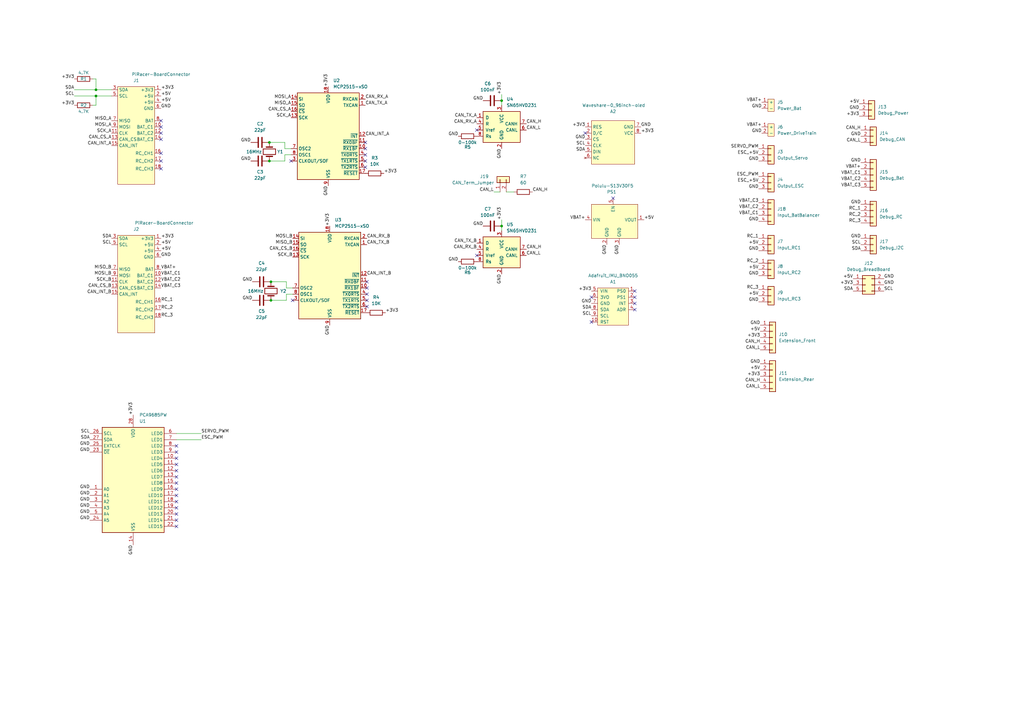
<source format=kicad_sch>
(kicad_sch (version 20211123) (generator eeschema)
  (paper "A3")
  (lib_symbols
    (symbol "Connector_Generic:Conn_01x02" (pin_names (offset 1.016) hide)
      (property "Reference" "J" (at 0 2.54 0))
      (property "Value" "Conn_01x02" (at 0 -5.08 0))
      (symbol "Conn_01x02_1_1"
        (rectangle (start -1.27 -2.413) (end 0 -2.667) (stroke (width 0.1524)))
        (rectangle (start -1.27 0.127) (end 0 -0.127) (stroke (width 0.1524)))
        (rectangle (start -1.27 1.27) (end 1.27 -3.81) (stroke (width 0.254)) (fill (type background)))
        (pin passive line (at -5.08 0 0) (length 3.81) (name "Pin_1") (number "1"))
        (pin passive line (at -5.08 -2.54 0) (length 3.81) (name "Pin_2") (number "2"))
      )
    )
    (symbol "Connector_Generic:Conn_01x03" (pin_names (offset 1.016) hide)
      (property "Reference" "J" (at 0 5.08 0))
      (property "Value" "Conn_01x03" (at 0 -5.08 0))
      (symbol "Conn_01x03_1_1"
        (rectangle (start -1.27 -2.413) (end 0 -2.667) (stroke (width 0.1524)))
        (rectangle (start -1.27 0.127) (end 0 -0.127) (stroke (width 0.1524)))
        (rectangle (start -1.27 2.667) (end 0 2.413) (stroke (width 0.1524)))
        (rectangle (start -1.27 3.81) (end 1.27 -3.81) (stroke (width 0.254)) (fill (type background)))
        (pin passive line (at -5.08 2.54 0) (length 3.81) (name "Pin_1") (number "1"))
        (pin passive line (at -5.08 0 0) (length 3.81) (name "Pin_2") (number "2"))
        (pin passive line (at -5.08 -2.54 0) (length 3.81) (name "Pin_3") (number "3"))
      )
    )
    (symbol "Connector_Generic:Conn_01x04" (pin_names (offset 1.016) hide)
      (property "Reference" "J" (at 0 5.08 0))
      (property "Value" "Conn_01x04" (at 0 -7.62 0))
      (symbol "Conn_01x04_1_1"
        (rectangle (start -1.27 -4.953) (end 0 -5.207) (stroke (width 0.1524)))
        (rectangle (start -1.27 -2.413) (end 0 -2.667) (stroke (width 0.1524)))
        (rectangle (start -1.27 0.127) (end 0 -0.127) (stroke (width 0.1524)))
        (rectangle (start -1.27 2.667) (end 0 2.413) (stroke (width 0.1524)))
        (rectangle (start -1.27 3.81) (end 1.27 -6.35) (stroke (width 0.254)) (fill (type background)))
        (pin passive line (at -5.08 2.54 0) (length 3.81) (name "Pin_1") (number "1"))
        (pin passive line (at -5.08 0 0) (length 3.81) (name "Pin_2") (number "2"))
        (pin passive line (at -5.08 -2.54 0) (length 3.81) (name "Pin_3") (number "3"))
        (pin passive line (at -5.08 -5.08 0) (length 3.81) (name "Pin_4") (number "4"))
      )
    )
    (symbol "Connector_Generic:Conn_01x05" (pin_names (offset 1.016) hide)
      (property "Reference" "J" (at 0 7.62 0))
      (property "Value" "Conn_01x05" (at 0 -7.62 0))
      (symbol "Conn_01x05_1_1"
        (rectangle (start -1.27 -4.953) (end 0 -5.207) (stroke (width 0.1524)))
        (rectangle (start -1.27 -2.413) (end 0 -2.667) (stroke (width 0.1524)))
        (rectangle (start -1.27 0.127) (end 0 -0.127) (stroke (width 0.1524)))
        (rectangle (start -1.27 2.667) (end 0 2.413) (stroke (width 0.1524)))
        (rectangle (start -1.27 5.207) (end 0 4.953) (stroke (width 0.1524)))
        (rectangle (start -1.27 6.35) (end 1.27 -6.35) (stroke (width 0.254)) (fill (type background)))
        (pin passive line (at -5.08 5.08 0) (length 3.81) (name "Pin_1") (number "1"))
        (pin passive line (at -5.08 2.54 0) (length 3.81) (name "Pin_2") (number "2"))
        (pin passive line (at -5.08 0 0) (length 3.81) (name "Pin_3") (number "3"))
        (pin passive line (at -5.08 -2.54 0) (length 3.81) (name "Pin_4") (number "4"))
        (pin passive line (at -5.08 -5.08 0) (length 3.81) (name "Pin_5") (number "5"))
      )
    )
    (symbol "Connector_Generic:Conn_02x03_Odd_Even" (pin_names (offset 1.016) hide)
      (property "Reference" "J" (at 1.27 5.08 0))
      (property "Value" "Conn_02x03_Odd_Even" (at 1.27 -5.08 0))
      (symbol "Conn_02x03_Odd_Even_1_1"
        (rectangle (start -1.27 -2.413) (end 0 -2.667) (stroke (width 0.1524)))
        (rectangle (start -1.27 0.127) (end 0 -0.127) (stroke (width 0.1524)))
        (rectangle (start -1.27 2.667) (end 0 2.413) (stroke (width 0.1524)))
        (rectangle (start -1.27 3.81) (end 3.81 -3.81) (stroke (width 0.254)) (fill (type background)))
        (rectangle (start 3.81 -2.413) (end 2.54 -2.667) (stroke (width 0.1524)))
        (rectangle (start 3.81 0.127) (end 2.54 -0.127) (stroke (width 0.1524)))
        (rectangle (start 3.81 2.667) (end 2.54 2.413) (stroke (width 0.1524)))
        (pin passive line (at -5.08 2.54 0) (length 3.81) (name "Pin_1") (number "1"))
        (pin passive line (at 7.62 2.54 180) (length 3.81) (name "Pin_2") (number "2"))
        (pin passive line (at -5.08 0 0) (length 3.81) (name "Pin_3") (number "3"))
        (pin passive line (at 7.62 0 180) (length 3.81) (name "Pin_4") (number "4"))
        (pin passive line (at -5.08 -2.54 0) (length 3.81) (name "Pin_5") (number "5"))
        (pin passive line (at 7.62 -2.54 180) (length 3.81) (name "Pin_6") (number "6"))
      )
    )
    (symbol "Device:C" (pin_numbers hide) (pin_names (offset 0.254))
      (property "Reference" "C" (at 0.635 2.54 0))
      (property "Value" "C" (at 0.635 -2.54 0))
      (symbol "C_0_1"
        (polyline (pts (xy -2.032 -0.762) (xy 2.032 -0.762)) (stroke (width 0.508)))
        (polyline (pts (xy -2.032 0.762) (xy 2.032 0.762)) (stroke (width 0.508)))
      )
      (symbol "C_1_1"
        (pin passive line (at 0 3.81 270) (length 2.794) (name "~") (number "1"))
        (pin passive line (at 0 -3.81 90) (length 2.794) (name "~") (number "2"))
      )
    )
    (symbol "Device:Crystal" (pin_numbers hide) (pin_names (offset 1.016) hide)
      (property "Reference" "Y" (at 0 3.81 0))
      (property "Value" "Crystal" (at 0 -3.81 0))
      (symbol "Crystal_0_1"
        (rectangle (start -1.143 2.54) (end 1.143 -2.54) (stroke (width 0.3048)))
        (polyline (pts (xy -2.54 0) (xy -1.905 0)))
        (polyline (pts (xy -1.905 -1.27) (xy -1.905 1.27)) (stroke (width 0.508)))
        (polyline (pts (xy 1.905 -1.27) (xy 1.905 1.27)) (stroke (width 0.508)))
        (polyline (pts (xy 2.54 0) (xy 1.905 0)))
      )
      (symbol "Crystal_1_1"
        (pin passive line (at -3.81 0 0) (length 1.27) (name "1") (number "1"))
        (pin passive line (at 3.81 0 180) (length 1.27) (name "2") (number "2"))
      )
    )
    (symbol "Device:R" (pin_numbers hide) (pin_names (offset 0))
      (property "Reference" "R" (at 2.032 0 90))
      (property "Value" "R" (at 0 0 90))
      (symbol "R_0_1"
        (rectangle (start -1.016 -2.54) (end 1.016 2.54) (stroke (width 0.254)))
      )
      (symbol "R_1_1"
        (pin passive line (at 0 3.81 270) (length 1.27) (name "~") (number "1"))
        (pin passive line (at 0 -3.81 90) (length 1.27) (name "~") (number "2"))
      )
    )
    (symbol "Driver_LED:PCA9685PW"
      (property "Reference" "U" (at -12.7 22.225 0))
      (property "Value" "PCA9685PW" (at 1.27 22.225 0))
      (symbol "PCA9685PW_0_1"
        (rectangle (start -12.7 20.32) (end 12.7 -22.86) (stroke (width 0.254)) (fill (type background)))
      )
      (symbol "PCA9685PW_1_1"
        (pin input line (at -17.78 -5.08 0) (length 5.08) (name "A0") (number "1"))
        (pin output line (at 17.78 7.62 180) (length 5.08) (name "LED4") (number "10"))
        (pin output line (at 17.78 5.08 180) (length 5.08) (name "LED5") (number "11"))
        (pin output line (at 17.78 2.54 180) (length 5.08) (name "LED6") (number "12"))
        (pin output line (at 17.78 0 180) (length 5.08) (name "LED7") (number "13"))
        (pin power_in line (at 0 -27.94 90) (length 5.08) (name "VSS") (number "14"))
        (pin output line (at 17.78 -2.54 180) (length 5.08) (name "LED8") (number "15"))
        (pin output line (at 17.78 -5.08 180) (length 5.08) (name "LED9") (number "16"))
        (pin output line (at 17.78 -7.62 180) (length 5.08) (name "LED10") (number "17"))
        (pin output line (at 17.78 -10.16 180) (length 5.08) (name "LED11") (number "18"))
        (pin output line (at 17.78 -12.7 180) (length 5.08) (name "LED12") (number "19"))
        (pin input line (at -17.78 -7.62 0) (length 5.08) (name "A1") (number "2"))
        (pin output line (at 17.78 -15.24 180) (length 5.08) (name "LED13") (number "20"))
        (pin output line (at 17.78 -17.78 180) (length 5.08) (name "LED14") (number "21"))
        (pin output line (at 17.78 -20.32 180) (length 5.08) (name "LED15") (number "22"))
        (pin input line (at -17.78 10.16 0) (length 5.08) (name "~{OE}") (number "23"))
        (pin input line (at -17.78 -17.78 0) (length 5.08) (name "A5") (number "24"))
        (pin input line (at -17.78 12.7 0) (length 5.08) (name "EXTCLK") (number "25"))
        (pin input line (at -17.78 17.78 0) (length 5.08) (name "SCL") (number "26"))
        (pin bidirectional line (at -17.78 15.24 0) (length 5.08) (name "SDA") (number "27"))
        (pin power_in line (at 0 25.4 270) (length 5.08) (name "VDD") (number "28"))
        (pin input line (at -17.78 -10.16 0) (length 5.08) (name "A2") (number "3"))
        (pin input line (at -17.78 -12.7 0) (length 5.08) (name "A3") (number "4"))
        (pin input line (at -17.78 -15.24 0) (length 5.08) (name "A4") (number "5"))
        (pin output line (at 17.78 17.78 180) (length 5.08) (name "LED0") (number "6"))
        (pin output line (at 17.78 15.24 180) (length 5.08) (name "LED1") (number "7"))
        (pin output line (at 17.78 12.7 180) (length 5.08) (name "LED2") (number "8"))
        (pin output line (at 17.78 10.16 180) (length 5.08) (name "LED3") (number "9"))
      )
    )
    (symbol "Interface_CAN_LIN:MCP2515-xSO"
      (property "Reference" "U" (at -10.16 19.685 0))
      (property "Value" "MCP2515-xSO" (at 19.05 20.32 0))
      (symbol "MCP2515-xSO_0_1"
        (rectangle (start -12.7 17.78) (end 12.7 -17.78) (stroke (width 0.254)) (fill (type background)))
      )
      (symbol "MCP2515-xSO_1_1"
        (pin output line (at 15.24 12.7 180) (length 2.54) (name "TXCAN") (number "1"))
        (pin output line (at 15.24 -5.08 180) (length 2.54) (name "~{RX1BF}") (number "10"))
        (pin output line (at 15.24 -2.54 180) (length 2.54) (name "~{RX0BF}") (number "11"))
        (pin output line (at 15.24 0 180) (length 2.54) (name "~{INT}") (number "12"))
        (pin input line (at -15.24 7.62 0) (length 2.54) (name "SCK") (number "13"))
        (pin input line (at -15.24 15.24 0) (length 2.54) (name "SI") (number "14"))
        (pin output line (at -15.24 12.7 0) (length 2.54) (name "SO") (number "15"))
        (pin input line (at -15.24 10.16 0) (length 2.54) (name "~{CS}") (number "16"))
        (pin input line (at 15.24 -15.24 180) (length 2.54) (name "~{RESET}") (number "17"))
        (pin power_in line (at 0 20.32 270) (length 2.54) (name "VDD") (number "18"))
        (pin input line (at 15.24 15.24 180) (length 2.54) (name "RXCAN") (number "2"))
        (pin output line (at -15.24 -10.16 0) (length 2.54) (name "CLKOUT/SOF") (number "3"))
        (pin input line (at 15.24 -7.62 180) (length 2.54) (name "~{TX0RTS}") (number "4"))
        (pin input line (at 15.24 -10.16 180) (length 2.54) (name "~{TX1RTS}") (number "5"))
        (pin input line (at 15.24 -12.7 180) (length 2.54) (name "~{TX2RTS}") (number "6"))
        (pin output line (at -15.24 -5.08 0) (length 2.54) (name "OSC2") (number "7"))
        (pin input line (at -15.24 -7.62 0) (length 2.54) (name "OSC1") (number "8"))
        (pin power_in line (at 0 -20.32 90) (length 2.54) (name "VSS") (number "9"))
      )
    )
    (symbol "Interface_CAN_LIN:SN65HVD231" (pin_names (offset 1.016))
      (property "Reference" "U" (at -2.54 10.16 0))
      (property "Value" "SN65HVD231" (at -2.54 7.62 0))
      (symbol "SN65HVD231_0_1"
        (rectangle (start -7.62 5.08) (end 7.62 -7.62) (stroke (width 0.254)) (fill (type background)))
      )
      (symbol "SN65HVD231_1_1"
        (pin input line (at -10.16 2.54 0) (length 2.54) (name "D") (number "1"))
        (pin power_in line (at 0 -10.16 90) (length 2.54) (name "GND") (number "2"))
        (pin power_in line (at 0 7.62 270) (length 2.54) (name "VCC") (number "3"))
        (pin output line (at -10.16 0 0) (length 2.54) (name "R") (number "4"))
        (pin output line (at -10.16 -2.54 0) (length 2.54) (name "Vref") (number "5"))
        (pin bidirectional line (at 10.16 -2.54 180) (length 2.54) (name "CANL") (number "6"))
        (pin bidirectional line (at 10.16 0 180) (length 2.54) (name "CANH") (number "7"))
        (pin input line (at -10.16 -5.08 0) (length 2.54) (name "Rs") (number "8"))
      )
    )
    (symbol "PiRacer-BoardConnector_1"
      (property "Reference" "J" (at 0 2.54 0))
      (property "Value" "PiRacer-BoardConnector_1" (at 0 5.08 0))
      (symbol "PiRacer-BoardConnector_1_0_1"
        (rectangle (start -7.62 0) (end 7.62 -40.005) (fill (type background)))
      )
      (symbol "PiRacer-BoardConnector_1_1_1"
        (pin power_in line (at 10.16 -1.27 180) (length 2.54) (name "+3V3") (number "1"))
        (pin bidirectional line (at 10.16 -16.51 180) (length 2.54) (name "BAT_C1") (number "10"))
        (pin bidirectional line (at -10.16 -19.05 0) (length 2.54) (name "CLK") (number "11"))
        (pin bidirectional line (at 10.16 -19.05 180) (length 2.54) (name "BAT_C2") (number "12"))
        (pin bidirectional line (at -10.16 -21.59 0) (length 2.54) (name "CAN_CS") (number "13"))
        (pin bidirectional line (at 10.16 -21.59 180) (length 2.54) (name "BAT_C3") (number "14"))
        (pin bidirectional line (at -10.16 -24.13 0) (length 2.54) (name "CAN_INT") (number "15"))
        (pin bidirectional line (at 10.16 -27.305 180) (length 2.54) (name "RC_CH1") (number "16"))
        (pin bidirectional line (at 10.16 -30.48 180) (length 2.54) (name "RC_CH2") (number "17"))
        (pin bidirectional line (at 10.16 -33.655 180) (length 2.54) (name "RC_CH3") (number "18"))
        (pin power_in line (at 10.16 -3.81 180) (length 2.54) (name "+5V") (number "2"))
        (pin bidirectional line (at -10.16 -1.27 0) (length 2.54) (name "SDA") (number "3"))
        (pin power_in line (at 10.16 -6.35 180) (length 2.54) (name "+5V") (number "4"))
        (pin bidirectional line (at -10.16 -3.81 0) (length 2.54) (name "SCL") (number "5"))
        (pin power_in line (at 10.16 -8.89 180) (length 2.54) (name "GND") (number "6"))
        (pin bidirectional line (at -10.16 -13.97 0) (length 2.54) (name "MISO") (number "7"))
        (pin bidirectional line (at 10.16 -13.97 180) (length 2.54) (name "BAT") (number "8"))
        (pin bidirectional line (at -10.16 -16.51 0) (length 2.54) (name "MOSI") (number "9"))
      )
    )
    (symbol "twyleg-board-connectors:Adafruit_IMU_BNO055" (pin_names (offset 1.016))
      (property "Reference" "A" (at 0 -8.89 0))
      (property "Value" "Adafruit_IMU_BNO055" (at -1.27 10.16 0))
      (symbol "Adafruit_IMU_BNO055_0_1"
        (rectangle (start -6.35 7.62) (end 6.35 -7.62) (fill (type background)))
        (rectangle (start -2.54 -5.08) (end -2.54 -5.08))
      )
      (symbol "Adafruit_IMU_BNO055_1_1"
        (pin unspecified line (at 8.89 6.35 180) (length 2.54) (name "PS0") (number "1"))
        (pin input line (at -8.89 -6.35 0) (length 2.54) (name "RST") (number "10"))
        (pin unspecified line (at 8.89 3.81 180) (length 2.54) (name "PS1") (number "2"))
        (pin output line (at 8.89 1.27 180) (length 2.54) (name "INT") (number "3"))
        (pin input line (at 8.89 -1.27 180) (length 2.54) (name "ADR") (number "4"))
        (pin power_in line (at -8.89 6.35 0) (length 2.54) (name "VIN") (number "5"))
        (pin power_out line (at -8.89 3.81 0) (length 2.54) (name "3VO") (number "6"))
        (pin power_in line (at -8.89 1.27 0) (length 2.54) (name "GND") (number "7"))
        (pin bidirectional line (at -8.89 -1.27 0) (length 2.54) (name "SDA") (number "8"))
        (pin bidirectional line (at -8.89 -3.81 0) (length 2.54) (name "SCL") (number "9"))
      )
    )
    (symbol "twyleg-board-connectors:PiRacer-BoardConnector"
      (property "Reference" "J" (at 0 2.54 0))
      (property "Value" "PiRacer-BoardConnector" (at 0 5.08 0))
      (symbol "PiRacer-BoardConnector_0_1"
        (rectangle (start -7.62 0) (end 7.62 -40.005) (fill (type background)))
      )
      (symbol "PiRacer-BoardConnector_1_1"
        (pin power_in line (at 10.16 -1.27 180) (length 2.54) (name "+3V3") (number "1"))
        (pin bidirectional line (at 10.16 -16.51 180) (length 2.54) (name "BAT_C1") (number "10"))
        (pin bidirectional line (at -10.16 -19.05 0) (length 2.54) (name "CLK") (number "11"))
        (pin bidirectional line (at 10.16 -19.05 180) (length 2.54) (name "BAT_C2") (number "12"))
        (pin bidirectional line (at -10.16 -21.59 0) (length 2.54) (name "CAN_CS") (number "13"))
        (pin bidirectional line (at 10.16 -21.59 180) (length 2.54) (name "BAT_C3") (number "14"))
        (pin bidirectional line (at -10.16 -24.13 0) (length 2.54) (name "CAN_INT") (number "15"))
        (pin bidirectional line (at 10.16 -27.305 180) (length 2.54) (name "RC_CH1") (number "16"))
        (pin bidirectional line (at 10.16 -30.48 180) (length 2.54) (name "RC_CH2") (number "17"))
        (pin bidirectional line (at 10.16 -33.655 180) (length 2.54) (name "RC_CH3") (number "18"))
        (pin power_in line (at 10.16 -3.81 180) (length 2.54) (name "+5V") (number "2"))
        (pin bidirectional line (at -10.16 -1.27 0) (length 2.54) (name "SDA") (number "3"))
        (pin power_in line (at 10.16 -6.35 180) (length 2.54) (name "+5V") (number "4"))
        (pin bidirectional line (at -10.16 -3.81 0) (length 2.54) (name "SCL") (number "5"))
        (pin power_in line (at 10.16 -8.89 180) (length 2.54) (name "GND") (number "6"))
        (pin bidirectional line (at -10.16 -13.97 0) (length 2.54) (name "MISO") (number "7"))
        (pin bidirectional line (at 10.16 -13.97 180) (length 2.54) (name "BAT") (number "8"))
        (pin bidirectional line (at -10.16 -16.51 0) (length 2.54) (name "MOSI") (number "9"))
      )
    )
    (symbol "twyleg-board-connectors:Waveshare-0_96inch-oled"
      (property "Reference" "A" (at 0 5.08 0))
      (property "Value" "Waveshare-0_96inch-oled" (at 0 2.54 0))
      (symbol "Waveshare-0_96inch-oled_0_1"
        (rectangle (start -8.89 0) (end 8.89 -17.78) (fill (type background)))
      )
      (symbol "Waveshare-0_96inch-oled_1_1"
        (pin input line (at -11.43 -2.54 0) (length 2.54) (name "RES") (number "1"))
        (pin input line (at -11.43 -5.08 0) (length 2.54) (name "D/C") (number "2"))
        (pin input line (at -11.43 -7.62 0) (length 2.54) (name "CS") (number "3"))
        (pin input line (at -11.43 -10.16 0) (length 2.54) (name "CLK") (number "4"))
        (pin input line (at -11.43 -12.7 0) (length 2.54) (name "DIN") (number "5"))
        (pin no_connect line (at -11.43 -15.24 0) (length 2.54) (name "NC") (number "6"))
        (pin power_in line (at 11.43 -2.54 180) (length 2.54) (name "GND") (number "7"))
        (pin power_in line (at 11.43 -5.08 180) (length 2.54) (name "VCC") (number "8"))
      )
    )
    (symbol "twyleg-connectors:T-Plug"
      (property "Reference" "J" (at 0 0 0))
      (property "Value" "T-Plug" (at 0 2.54 0))
      (symbol "T-Plug_0_1"
        (rectangle (start 0 -1.27) (end 2.54 -6.35) (fill (type background)))
      )
      (symbol "T-Plug_1_1"
        (pin bidirectional line (at -2.54 -2.54 0) (length 2.54) (name "+") (number "1"))
        (pin bidirectional line (at -2.54 -5.08 0) (length 2.54) (name "-") (number "2"))
      )
    )
    (symbol "twyleg-voltage-regulators:Polulu-S13V30F5"
      (property "Reference" "PS" (at 0 8.89 0))
      (property "Value" "Polulu-S13V30F5" (at 0 11.43 0))
      (symbol "Polulu-S13V30F5_0_1"
        (rectangle (start -8.89 -6.35) (end 10.16 -20.32) (fill (type background)))
      )
      (symbol "Polulu-S13V30F5_1_1"
        (pin output line (at 12.7 -12.7 180) (length 2.54) (name "VOUT") (number "1"))
        (pin output line (at -2.54 -22.86 90) (length 2.54) (name "GND") (number "2"))
        (pin output line (at 2.54 -22.86 90) (length 2.54) (name "GND") (number "3"))
        (pin input line (at -11.43 -12.7 0) (length 2.54) (name "VIN") (number "4"))
        (pin input line (at 0 -3.81 270) (length 2.54) (name "EN") (number "5"))
      )
    )
  )
  (junction (at 39.37 39.37))
  (junction (at 39.37 36.83))
  (junction (at 110.49 58.42))
  (junction (at 110.49 66.04))
  (junction (at 111.125 123.19))
  (junction (at 205.74 92.71))
  (junction (at 111.125 115.57))
  (junction (at 205.74 41.275))
  (no_connect (at 150.495 120.65))
  (no_connect (at 149.86 58.42))
  (no_connect (at 72.39 198.12))
  (no_connect (at 72.39 182.88))
  (no_connect (at 251.46 81.28))
  (no_connect (at 149.86 60.96))
  (no_connect (at 260.35 124.46))
  (no_connect (at 66.04 52.07))
  (no_connect (at 66.04 54.61))
  (no_connect (at 195.58 104.775))
  (no_connect (at 72.39 203.2))
  (no_connect (at 72.39 185.42))
  (no_connect (at 72.39 205.74))
  (no_connect (at 260.35 121.92))
  (no_connect (at 72.39 213.36))
  (no_connect (at 149.86 66.04))
  (no_connect (at 150.495 118.11))
  (no_connect (at 72.39 200.66))
  (no_connect (at 150.495 115.57))
  (no_connect (at 66.04 57.15))
  (no_connect (at 242.57 132.08))
  (no_connect (at 260.35 119.38))
  (no_connect (at 66.04 49.53))
  (no_connect (at 119.38 66.04))
  (no_connect (at 240.03 54.61))
  (no_connect (at 150.495 123.19))
  (no_connect (at 150.495 125.73))
  (no_connect (at 242.57 121.92))
  (no_connect (at 66.04 66.04))
  (no_connect (at 72.39 210.82))
  (no_connect (at 72.39 187.96))
  (no_connect (at 72.39 190.5))
  (no_connect (at 149.86 68.58))
  (no_connect (at 66.04 62.865))
  (no_connect (at 72.39 215.9))
  (no_connect (at 120.015 123.19))
  (no_connect (at 72.39 193.04))
  (no_connect (at 72.39 195.58))
  (no_connect (at 66.04 69.215))
  (no_connect (at 195.58 53.34))
  (no_connect (at 260.35 127))
  (no_connect (at 149.86 63.5))
  (no_connect (at 72.39 208.28))
  (wire (pts (xy 38.1 43.18) (xy 39.37 43.18)))
  (wire (pts (xy 39.37 36.83) (xy 39.37 32.385)))
  (wire (pts (xy 117.475 115.57) (xy 111.125 115.57)))
  (wire (pts (xy 119.38 63.5) (xy 116.84 63.5)))
  (wire (pts (xy 117.475 118.11) (xy 117.475 115.57)))
  (wire (pts (xy 205.74 38.735) (xy 205.74 41.275)))
  (wire (pts (xy 38.1 32.385) (xy 39.37 32.385)))
  (wire (pts (xy 110.49 66.04) (xy 116.84 66.04)))
  (wire (pts (xy 205.74 90.17) (xy 205.74 92.71)))
  (wire (pts (xy 117.475 120.65) (xy 117.475 123.19)))
  (wire (pts (xy 39.37 39.37) (xy 45.72 39.37)))
  (wire (pts (xy 116.84 63.5) (xy 116.84 66.04)))
  (wire (pts (xy 30.48 36.83) (xy 39.37 36.83)))
  (wire (pts (xy 30.48 39.37) (xy 39.37 39.37)))
  (wire (pts (xy 119.38 60.96) (xy 116.84 60.96)))
  (wire (pts (xy 72.39 180.34) (xy 82.55 180.34)))
  (wire (pts (xy 207.645 78.74) (xy 210.82 78.74)))
  (wire (pts (xy 111.125 123.19) (xy 117.475 123.19)))
  (wire (pts (xy 116.84 58.42) (xy 110.49 58.42)))
  (wire (pts (xy 202.565 78.74) (xy 205.105 78.74)))
  (wire (pts (xy 39.37 36.83) (xy 45.72 36.83)))
  (wire (pts (xy 72.39 177.8) (xy 82.55 177.8)))
  (wire (pts (xy 120.015 120.65) (xy 117.475 120.65)))
  (wire (pts (xy 205.74 92.71) (xy 205.74 94.615)))
  (wire (pts (xy 120.015 118.11) (xy 117.475 118.11)))
  (wire (pts (xy 39.37 39.37) (xy 39.37 43.18)))
  (wire (pts (xy 116.84 60.96) (xy 116.84 58.42)))
  (wire (pts (xy 205.74 41.275) (xy 205.74 43.18)))
  (label "GND" (at 66.04 44.45 0))
  (label "VBAT_C1" (at 353.06 71.755 180))
  (label "ESC_PWM" (at 82.55 180.34 0))
  (label "+5V" (at 311.15 100.33 180))
  (label "GND" (at 311.15 123.825 180))
  (label "GND" (at 187.96 55.88 180))
  (label "+3V3" (at 157.48 71.12 0))
  (label "SCL" (at 362.585 119.38 0))
  (label "+5V" (at 349.885 114.3 180))
  (label "SDA" (at 353.06 102.87 180))
  (label "CAN_INT_A" (at 149.86 55.88 0))
  (label "VBAT_C2" (at 311.15 85.725 180))
  (label "CAN_H" (at 215.9 50.8 0))
  (label "CAN_H" (at 218.44 78.74 0))
  (label "SDA" (at 240.03 62.23 180))
  (label "+3V3" (at 135.255 92.71 90))
  (label "GND" (at 311.15 90.805 180))
  (label "SDA" (at 30.48 36.83 180))
  (label "GND" (at 254 100.33 270))
  (label "SCK_A" (at 45.72 54.61 180))
  (label "+3V3" (at 134.62 35.56 90))
  (label "CAN_L" (at 353.06 58.42 180))
  (label "+3V3" (at 158.115 128.27 0))
  (label "GND" (at 36.83 210.82 180))
  (label "GND" (at 205.74 112.395 270))
  (label "GND" (at 312.42 54.61 180))
  (label "CAN_H" (at 311.785 156.845 180))
  (label "CAN_CS_B" (at 45.72 118.11 180))
  (label "SCK_B" (at 120.015 105.41 180))
  (label "ESC_+5V" (at 311.15 63.5 180))
  (label "+5V" (at 66.04 41.91 0))
  (label "CAN_RX_B" (at 150.495 97.79 0))
  (label "SDA" (at 36.83 180.34 180))
  (label "GND" (at 36.83 200.66 180))
  (label "VBAT_C2" (at 353.06 74.295 180))
  (label "CAN_L" (at 215.9 53.34 0))
  (label "SDA" (at 242.57 127 180))
  (label "+5V" (at 264.16 90.17 0))
  (label "CAN_TX_B" (at 150.495 100.33 0))
  (label "MISO_B" (at 120.015 100.33 180))
  (label "CAN_RX_B" (at 195.58 102.235 180))
  (label "+3V3" (at 30.48 32.385 180))
  (label "GND" (at 242.57 124.46 180))
  (label "SERVO_PWM" (at 82.55 177.8 0))
  (label "MISO_A" (at 119.38 43.18 180))
  (label "GND" (at 352.425 45.085 180))
  (label "GND" (at 311.15 102.87 180))
  (label "VBAT_C3" (at 353.06 76.835 180))
  (label "GND" (at 36.83 185.42 180))
  (label "CAN_TX_A" (at 149.86 43.18 0))
  (label "CAN_L" (at 215.9 104.775 0))
  (label "VBAT_C2" (at 66.04 115.57 0))
  (label "VBAT+" (at 312.42 52.07 180))
  (label "ESC_+5V" (at 311.15 74.93 180))
  (label "CAN_H" (at 215.9 102.235 0))
  (label "+3V3" (at 66.04 36.83 0))
  (label "GND" (at 54.61 223.52 270))
  (label "SDA" (at 45.72 97.79 180))
  (label "+3V3" (at 311.785 154.305 180))
  (label "VBAT_C3" (at 66.04 118.11 0))
  (label "GND" (at 353.06 55.88 180))
  (label "RC_1" (at 66.04 123.825 0))
  (label "GND" (at 362.585 116.84 0))
  (label "GND" (at 262.89 52.07 0))
  (label "+3V3" (at 262.89 54.61 0))
  (label "MOSI_B" (at 120.015 97.79 180))
  (label "CAN_INT_B" (at 150.495 113.03 0))
  (label "ESC_PWM" (at 311.15 72.39 180))
  (label "GND" (at 103.505 123.19 180))
  (label "MOSI_A" (at 45.72 52.07 180))
  (label "+5V" (at 66.04 39.37 0))
  (label "GND" (at 66.04 105.41 0))
  (label "+3V3" (at 66.04 97.79 0))
  (label "GND" (at 36.83 203.2 180))
  (label "GND" (at 353.06 66.675 180))
  (label "GND" (at 36.83 182.88 180))
  (label "SCL" (at 36.83 177.8 180))
  (label "SCL" (at 242.57 129.54 180))
  (label "SCL" (at 30.48 39.37 180))
  (label "SCL" (at 45.72 100.33 180))
  (label "GND" (at 187.96 107.315 180))
  (label "+3V3" (at 240.03 52.07 180))
  (label "RC_2" (at 66.04 127 0))
  (label "GND" (at 198.12 92.71 180))
  (label "VBAT_C3" (at 311.15 83.185 180))
  (label "+3V3" (at 30.48 43.18 180))
  (label "GND" (at 135.255 133.35 270))
  (label "GND" (at 353.06 97.79 180))
  (label "GND" (at 205.74 60.96 270))
  (label "VBAT_C1" (at 66.04 113.03 0))
  (label "GND" (at 240.03 57.15 180))
  (label "+3V3" (at 311.785 138.43 180))
  (label "CAN_L" (at 202.565 78.74 180))
  (label "GND" (at 353.06 83.82 180))
  (label "CAN_INT_B" (at 45.72 120.65 180))
  (label "+3V3" (at 205.74 38.735 90))
  (label "MISO_B" (at 45.72 110.49 180))
  (label "+5V" (at 311.15 110.49 180))
  (label "+3V3" (at 54.61 170.18 90))
  (label "RC_1" (at 311.15 97.79 180))
  (label "CAN_L" (at 311.785 143.51 180))
  (label "CAN_TX_A" (at 195.58 48.26 180))
  (label "+3V3" (at 242.57 119.38 180))
  (label "CAN_L" (at 311.785 159.385 180))
  (label "RC_2" (at 311.15 107.95 180))
  (label "GND" (at 102.87 58.42 180))
  (label "VBAT_C1" (at 311.15 88.265 180))
  (label "SCK_A" (at 119.38 48.26 180))
  (label "VBAT+" (at 353.06 69.215 180))
  (label "CAN_CS_B" (at 120.015 102.87 180))
  (label "CAN_TX_B" (at 195.58 99.695 180))
  (label "+5V" (at 311.785 135.89 180))
  (label "+5V" (at 352.425 42.545 180))
  (label "+5V" (at 311.15 121.285 180))
  (label "CAN_RX_A" (at 149.86 40.64 0))
  (label "GND" (at 36.83 213.36 180))
  (label "CAN_H" (at 353.06 53.34 180))
  (label "RC_2" (at 353.06 88.9 180))
  (label "GND" (at 312.42 44.45 180))
  (label "CAN_H" (at 311.785 140.97 180))
  (label "GND" (at 362.585 114.3 0))
  (label "+5V" (at 66.04 102.87 0))
  (label "MISO_A" (at 45.72 49.53 180))
  (label "RC_3" (at 311.15 118.745 180))
  (label "VBAT+" (at 66.04 110.49 0))
  (label "MOSI_A" (at 119.38 40.64 180))
  (label "GND" (at 103.505 115.57 180))
  (label "SCL" (at 240.03 59.69 180))
  (label "SCK_B" (at 45.72 115.57 180))
  (label "RC_3" (at 66.04 130.175 0))
  (label "+5V" (at 311.785 151.765 180))
  (label "+5V" (at 66.04 100.33 0))
  (label "GND" (at 311.785 149.225 180))
  (label "GND" (at 36.83 208.28 180))
  (label "VBAT+" (at 312.42 41.91 180))
  (label "CAN_INT_A" (at 45.72 59.69 180))
  (label "RC_3" (at 353.06 91.44 180))
  (label "GND" (at 311.15 113.03 180))
  (label "CAN_CS_A" (at 119.38 45.72 180))
  (label "+3V3" (at 349.885 116.84 180))
  (label "VBAT+" (at 240.03 90.17 180))
  (label "GND" (at 311.785 133.35 180))
  (label "+3V3" (at 352.425 47.625 180))
  (label "SDA" (at 349.885 119.38 180))
  (label "CAN_CS_A" (at 45.72 57.15 180))
  (label "GND" (at 36.83 205.74 180))
  (label "GND" (at 134.62 76.2 270))
  (label "SCL" (at 353.06 100.33 180))
  (label "RC_1" (at 353.06 86.36 180))
  (label "MOSI_B" (at 45.72 113.03 180))
  (label "GND" (at 102.87 66.04 180))
  (label "GND" (at 311.15 77.47 180))
  (label "CAN_RX_A" (at 195.58 50.8 180))
  (label "GND" (at 198.12 41.275 180))
  (label "SERVO_PWM" (at 311.15 60.96 180))
  (label "+3V3" (at 205.74 90.17 90))
  (label "GND" (at 248.92 100.33 270))
  (label "GND" (at 311.15 66.04 180))
  (symbol (lib_id "Connector_Generic:Conn_01x03") (at 358.14 55.88 0) (unit 1)
    (property "Reference" "J14" (at 360.68 54.6099 0) (effects (justify left)))
    (property "Value" "Debug_CAN" (at 360.68 57.1499 0) (effects (justify left)))
    (property "Footprint" "Connector_PinHeader_2.54mm:PinHeader_1x03_P2.54mm_Horizontal" (effects hide))
  )
  (symbol (lib_id "Connector_Generic:Conn_01x03") (at 316.23 121.285 0) (unit 1)
    (property "Reference" "J9" (at 318.77 120.0149 0) (effects (justify left)))
    (property "Value" "Input_RC3" (at 318.77 122.5549 0) (effects (justify left)))
    (property "Footprint" "Connector_PinHeader_2.54mm:PinHeader_1x03_P2.54mm_Vertical" (effects hide))
  )
  (symbol (lib_id "Device:C") (at 201.93 92.71 90) (unit 1)
    (property "Reference" "C7" (at 200.025 85.725 90))
    (property "Value" "100nF" (at 200.025 88.265 90))
    (property "Footprint" "Capacitor_SMD:C_0805_2012Metric_Pad1.18x1.45mm_HandSolder" (effects hide))
  )
  (symbol (lib_id "Device:Crystal") (at 110.49 62.23 270) (unit 1)
    (property "Reference" "Y1" (at 113.665 62.23 90) (effects (justify left)))
    (property "Value" "16MHz" (at 100.965 62.23 90) (effects (justify left)))
    (property "Footprint" "Crystal:Crystal_HC18-U_Vertical" (effects hide))
  )
  (symbol (lib_id "Interface_CAN_LIN:MCP2515-xSO") (at 135.255 113.03 0) (unit 1)
    (property "Reference" "U3" (at 137.2744 90.17 0) (effects (justify left)))
    (property "Value" "MCP2515-xSO" (at 137.2744 92.71 0) (effects (justify left)))
    (property "Footprint" "Package_SO:SOIC-18W_7.5x11.6mm_P1.27mm" (effects hide))
    (property "Datasheet" "http://ww1.microchip.com/downloads/en/DeviceDoc/21801e.pdf" (effects hide))
  )
  (symbol (lib_id "Device:C") (at 107.315 123.19 90) (unit 1)
    (property "Reference" "C5" (at 107.315 127.635 90))
    (property "Value" "22pF" (at 107.315 130.175 90))
    (property "Footprint" "Capacitor_SMD:C_0805_2012Metric_Pad1.18x1.45mm_HandSolder" (effects hide))
  )
  (symbol (lib_id "Device:C") (at 106.68 66.04 90) (unit 1)
    (property "Reference" "C3" (at 106.68 70.485 90))
    (property "Value" "22pF" (at 106.68 73.025 90))
    (property "Footprint" "Capacitor_SMD:C_0805_2012Metric_Pad1.18x1.45mm_HandSolder" (effects hide))
  )
  (symbol (lib_id "Connector_Generic:Conn_01x05") (at 358.14 71.755 0) (unit 1)
    (property "Reference" "J15" (at 360.68 70.4849 0) (effects (justify left)))
    (property "Value" "Debug_Bat" (at 360.68 73.0249 0) (effects (justify left)))
    (property "Footprint" "Connector_PinHeader_2.54mm:PinHeader_1x05_P2.54mm_Horizontal" (effects hide))
  )
  (symbol (lib_id "Connector_Generic:Conn_01x03") (at 316.23 63.5 0) (unit 1)
    (property "Reference" "J3" (at 318.77 62.2299 0) (effects (justify left)))
    (property "Value" "Output_Servo" (at 318.77 64.7699 0) (effects (justify left)))
    (property "Footprint" "Connector_PinHeader_2.54mm:PinHeader_1x03_P2.54mm_Vertical" (effects hide))
  )
  (symbol (lib_id "Device:C") (at 106.68 58.42 90) (unit 1)
    (property "Reference" "C2" (at 106.68 50.8 90))
    (property "Value" "22pF" (at 106.68 53.34 90))
    (property "Footprint" "Capacitor_SMD:C_0805_2012Metric_Pad1.18x1.45mm_HandSolder" (effects hide))
  )
  (symbol (lib_id "Device:R") (at 191.77 55.88 90) (unit 1)
    (property "Reference" "R5" (at 191.77 60.325 90))
    (property "Value" "0-100k" (at 191.77 58.42 90))
    (property "Footprint" "Resistor_SMD:R_1206_3216Metric_Pad1.30x1.75mm_HandSolder" (effects hide))
  )
  (symbol (lib_id "Driver_LED:PCA9685PW") (at 54.61 195.58 0) (unit 1)
    (property "Reference" "U1" (at 57.15 172.72 0) (effects (justify left)))
    (property "Value" "PCA9685PW" (at 57.15 170.18 0) (effects (justify left)))
    (property "Footprint" "Package_SO:TSSOP-28_4.4x9.7mm_P0.65mm" (effects hide))
    (property "Datasheet" "http://www.nxp.com/documents/data_sheet/PCA9685.pdf" (effects hide))
  )
  (symbol (lib_id "Connector_Generic:Conn_02x03_Odd_Even") (at 354.965 116.84 0) (unit 1)
    (property "Reference" "J12" (at 356.235 107.95 0))
    (property "Value" "Debug_BreadBoard" (at 356.235 110.49 0))
    (property "Footprint" "Connector_PinHeader_2.54mm:PinHeader_2x03_P2.54mm_Vertical" (effects hide))
  )
  (symbol (lib_id "Device:R") (at 34.29 32.385 90) (unit 1)
    (property "Reference" "R1" (at 34.29 32.385 90))
    (property "Value" "4.7K" (at 34.29 29.845 90))
    (property "Footprint" "Resistor_SMD:R_1206_3216Metric_Pad1.30x1.75mm_HandSolder" (effects hide))
  )
  (symbol (lib_id "Connector_Generic:Conn_01x03") (at 316.23 100.33 0) (unit 1)
    (property "Reference" "J7" (at 318.77 99.0599 0) (effects (justify left)))
    (property "Value" "Input_RC1" (at 318.77 101.5999 0) (effects (justify left)))
    (property "Footprint" "Connector_PinHeader_2.54mm:PinHeader_1x03_P2.54mm_Vertical" (effects hide))
  )
  (symbol (lib_id "twyleg-board-connectors:Waveshare-0_96inch-oled") (at 251.46 49.53 0) (unit 1)
    (property "Reference" "A2" (at 250.19 45.72 0) (effects (justify left)))
    (property "Value" "Waveshare-0_96inch-oled" (at 238.76 43.18 0) (effects (justify left)))
    (property "Footprint" "twyleg-displays:Waveshare-0_96inch-oled" (effects hide))
  )
  (symbol (lib_id "Connector_Generic:Conn_01x04") (at 316.23 85.725 0) (unit 1)
    (property "Reference" "J18" (at 318.77 85.7249 0) (effects (justify left)))
    (property "Value" "Input_BatBalancer" (at 318.77 88.2649 0) (effects (justify left)))
    (property "Footprint" "Connector_JST:JST_EH_B4B-EH-A_1x04_P2.50mm_Vertical" (effects hide))
  )
  (symbol (lib_id "twyleg-voltage-regulators:Polulu-S13V30F5") (at 251.46 77.47 0) (unit 1)
    (property "Reference" "PS1" (at 248.92 78.74 0) (effects (justify left)))
    (property "Value" "Polulu-S13V30F5" (at 242.57 76.2 0) (effects (justify left)))
    (property "Footprint" "twyleg-voltage-regulators:Polulu-S13V30F5" (effects hide))
  )
  (symbol (lib_id "Connector_Generic:Conn_01x02") (at 205.105 73.66 90) (unit 1)
    (property "Reference" "J19" (at 196.85 72.39 90) (effects (justify right)))
    (property "Value" "CAN_Term_Jumper" (at 185.42 74.93 90) (effects (justify right)))
    (property "Footprint" "Connector_PinHeader_2.54mm:PinHeader_1x02_P2.54mm_Vertical" (effects hide))
  )
  (symbol (lib_id "Connector_Generic:Conn_01x03") (at 316.23 74.93 0) (unit 1)
    (property "Reference" "J4" (at 318.77 73.6599 0) (effects (justify left)))
    (property "Value" "Output_ESC" (at 318.77 76.1999 0) (effects (justify left)))
    (property "Footprint" "Connector_PinHeader_2.54mm:PinHeader_1x03_P2.54mm_Vertical" (effects hide))
  )
  (symbol (lib_id "Device:R") (at 153.67 71.12 90) (unit 1)
    (property "Reference" "R3" (at 153.67 64.77 90))
    (property "Value" "10K" (at 153.67 67.31 90))
    (property "Footprint" "Resistor_SMD:R_1206_3216Metric_Pad1.30x1.75mm_HandSolder" (effects hide))
  )
  (symbol (lib_id "Connector_Generic:Conn_01x05") (at 316.865 138.43 0) (unit 1)
    (property "Reference" "J10" (at 319.405 137.1599 0) (effects (justify left)))
    (property "Value" "Extension_Front" (at 319.405 139.6999 0) (effects (justify left)))
    (property "Footprint" "Connector_JST:JST_EH_S5B-EH_1x05_P2.50mm_Horizontal" (effects hide))
  )
  (symbol (lib_id "Device:C") (at 107.315 115.57 90) (unit 1)
    (property "Reference" "C4" (at 107.315 107.95 90))
    (property "Value" "22pF" (at 107.315 110.49 90))
    (property "Footprint" "Capacitor_SMD:C_0805_2012Metric_Pad1.18x1.45mm_HandSolder" (effects hide))
  )
  (symbol (lib_id "twyleg-connectors:T-Plug") (at 314.96 49.53 0) (unit 1)
    (property "Reference" "J6" (at 318.77 52.0699 0) (effects (justify left)))
    (property "Value" "Power_DriveTrain" (at 318.77 54.6099 0) (effects (justify left)))
    (property "Footprint" "twyleg-connectors:T-Plug-Female" (effects hide))
  )
  (symbol (lib_id "twyleg-board-connectors:Adafruit_IMU_BNO055") (at 251.46 125.73 0) (unit 1)
    (property "Reference" "A1" (at 251.46 115.57 0))
    (property "Value" "Adafruit_IMU_BNO055" (at 251.46 113.03 0))
    (property "Footprint" "twyleg-board-connectors:Adafruit_IMU_BNO055" (effects hide))
  )
  (symbol (lib_id "Interface_CAN_LIN:MCP2515-xSO") (at 134.62 55.88 0) (unit 1)
    (property "Reference" "U2" (at 136.6394 33.02 0) (effects (justify left)))
    (property "Value" "MCP2515-xSO" (at 136.6394 35.56 0) (effects (justify left)))
    (property "Footprint" "Package_SO:SOIC-18W_7.5x11.6mm_P1.27mm" (effects hide))
    (property "Datasheet" "http://ww1.microchip.com/downloads/en/DeviceDoc/21801e.pdf" (effects hide))
  )
  (symbol (lib_id "Connector_Generic:Conn_01x04") (at 358.14 86.36 0) (unit 1)
    (property "Reference" "J16" (at 360.68 86.3599 0) (effects (justify left)))
    (property "Value" "Debug_RC" (at 360.68 88.8999 0) (effects (justify left)))
    (property "Footprint" "Connector_PinHeader_2.54mm:PinHeader_1x04_P2.54mm_Horizontal" (effects hide))
  )
  (symbol (lib_id "Connector_Generic:Conn_01x03") (at 316.23 110.49 0) (unit 1)
    (property "Reference" "J8" (at 318.77 109.2199 0) (effects (justify left)))
    (property "Value" "Input_RC2" (at 318.77 111.7599 0) (effects (justify left)))
    (property "Footprint" "Connector_PinHeader_2.54mm:PinHeader_1x03_P2.54mm_Vertical" (effects hide))
  )
  (symbol (lib_id "Connector_Generic:Conn_01x05") (at 316.865 154.305 0) (unit 1)
    (property "Reference" "J11" (at 319.405 153.0349 0) (effects (justify left)))
    (property "Value" "Extension_Rear" (at 319.405 155.5749 0) (effects (justify left)))
    (property "Footprint" "Connector_JST:JST_EH_S5B-EH_1x05_P2.50mm_Horizontal" (effects hide))
  )
  (symbol (lib_id "twyleg-board-connectors:PiRacer-BoardConnector") (at 55.88 35.56 0) (unit 1)
    (property "Reference" "J1" (at 55.88 33.02 0))
    (property "Value" "PiRacer-BoardConnector" (at 66.04 30.48 0))
    (property "Footprint" "twyleg-board-connectors:RaspberryPi3-ModelB-Power+I2C" (effects hide))
  )
  (symbol (lib_id "Connector_Generic:Conn_01x03") (at 358.14 100.33 0) (unit 1)
    (property "Reference" "J17" (at 360.68 99.0599 0) (effects (justify left)))
    (property "Value" "Debug_I2C" (at 360.68 101.5999 0) (effects (justify left)))
    (property "Footprint" "Connector_PinHeader_2.54mm:PinHeader_1x03_P2.54mm_Horizontal" (effects hide))
  )
  (symbol (lib_id "Interface_CAN_LIN:SN65HVD231") (at 205.74 102.235 0) (unit 1)
    (property "Reference" "U5" (at 207.7594 92.075 0) (effects (justify left)))
    (property "Value" "SN65HVD231" (at 207.7594 94.615 0) (effects (justify left)))
    (property "Footprint" "Package_SO:SOIC-8_3.9x4.9mm_P1.27mm" (effects hide))
    (property "Datasheet" "http://www.ti.com/lit/ds/symlink/sn65hvd230.pdf" (effects hide))
  )
  (symbol (lib_id "twyleg-connectors:T-Plug") (at 314.96 39.37 0) (unit 1)
    (property "Reference" "J5" (at 318.77 41.9099 0) (effects (justify left)))
    (property "Value" "Power_Bat" (at 318.77 44.4499 0) (effects (justify left)))
    (property "Footprint" "twyleg-connectors:T-Plug-Male" (effects hide))
  )
  (symbol (lib_id "Device:C") (at 201.93 41.275 90) (unit 1)
    (property "Reference" "C6" (at 200.025 34.29 90))
    (property "Value" "100nF" (at 200.025 36.83 90))
    (property "Footprint" "Capacitor_SMD:C_0805_2012Metric_Pad1.18x1.45mm_HandSolder" (effects hide))
  )
  (symbol (lib_id "Device:R") (at 34.29 43.18 90) (unit 1)
    (property "Reference" "R2" (at 34.29 43.18 90))
    (property "Value" "4.7K" (at 34.29 45.72 90))
    (property "Footprint" "Resistor_SMD:R_1206_3216Metric_Pad1.30x1.75mm_HandSolder" (effects hide))
  )
  (symbol (lib_id "Device:R") (at 154.305 128.27 90) (unit 1)
    (property "Reference" "R4" (at 154.305 121.92 90))
    (property "Value" "10K" (at 154.305 124.46 90))
    (property "Footprint" "Resistor_SMD:R_1206_3216Metric_Pad1.30x1.75mm_HandSolder" (effects hide))
  )
  (symbol (lib_id "Interface_CAN_LIN:SN65HVD231") (at 205.74 50.8 0) (unit 1)
    (property "Reference" "U4" (at 207.7594 40.64 0) (effects (justify left)))
    (property "Value" "SN65HVD231" (at 207.7594 43.18 0) (effects (justify left)))
    (property "Footprint" "Package_SO:SOIC-8_3.9x4.9mm_P1.27mm" (effects hide))
    (property "Datasheet" "http://www.ti.com/lit/ds/symlink/sn65hvd230.pdf" (effects hide))
  )
  (symbol (lib_id "Connector_Generic:Conn_01x03") (at 357.505 45.085 0) (unit 1)
    (property "Reference" "J13" (at 360.045 43.8149 0) (effects (justify left)))
    (property "Value" "Debug_Power" (at 360.045 46.3549 0) (effects (justify left)))
    (property "Footprint" "Connector_PinHeader_2.54mm:PinHeader_1x03_P2.54mm_Horizontal" (effects hide))
  )
  (symbol (lib_id "Device:R") (at 214.63 78.74 90) (unit 1)
    (property "Reference" "R7" (at 214.63 72.39 90))
    (property "Value" "60" (at 214.63 74.93 90))
    (property "Footprint" "Resistor_SMD:R_1206_3216Metric_Pad1.30x1.75mm_HandSolder" (effects hide))
  )
  (symbol (lib_name "PiRacer-BoardConnector_1") (lib_id "twyleg-board-connectors:PiRacer-BoardConnector") (at 55.88 96.52 0) (unit 1)
    (property "Reference" "J2" (at 55.88 93.98 0))
    (property "Value" "PiRacer-BoardConnector" (at 67.31 91.44 0))
    (property "Footprint" "twyleg-board-connectors:Arduino_UNO_R3_WithMountingHoles-Power+I2C" (effects hide))
  )
  (symbol (lib_id "Device:R") (at 191.77 107.315 90) (unit 1)
    (property "Reference" "R6" (at 191.77 111.76 90))
    (property "Value" "0-100k" (at 191.77 109.855 90))
    (property "Footprint" "Resistor_SMD:R_1206_3216Metric_Pad1.30x1.75mm_HandSolder" (effects hide))
  )
  (symbol (lib_id "Device:Crystal") (at 111.125 119.38 270) (unit 1)
    (property "Reference" "Y2" (at 114.935 119.38 90) (effects (justify left)))
    (property "Value" "16MHz" (at 101.6 119.38 90) (effects (justify left)))
    (property "Footprint" "Crystal:Crystal_HC18-U_Vertical" (effects hide))
  )
)
</source>
